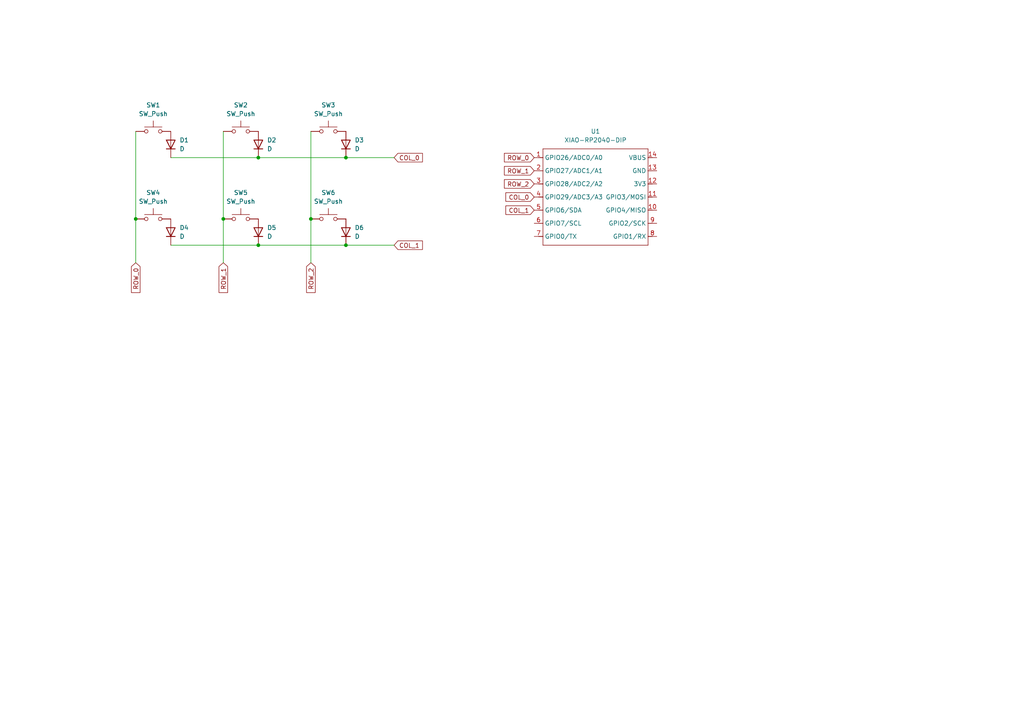
<source format=kicad_sch>
(kicad_sch (version 20250114) (generator "eeschema") (generator_version "9.0")
  (paper "A4")
  (lib_symbols
    (symbol "Device:D" (pin_numbers (hide yes)) (pin_names (offset 1.016) (hide yes))
      (property "Reference" "D" (at 0 2.54 0))
      (property "Value" "D" (at 0 -2.54 0))
      (symbol "D_0_1"
        (polyline (pts (xy -1.27 1.27) (xy -1.27 -1.27)) (stroke (width 0.254)))
        (polyline (pts (xy 1.27 1.27) (xy 1.27 -1.27) (xy -1.27 0) (xy 1.27 1.27)) (stroke (width 0.254)))
        (polyline (pts (xy 1.27 0) (xy -1.27 0)))
      )
      (symbol "D_1_1"
        (pin passive line (at -3.81 0 0) (length 2.54) (name "K") (number "1"))
        (pin passive line (at 3.81 0 180) (length 2.54) (name "A") (number "2"))
      )
    )
    (symbol "OPL:XIAO-RP2040-DIP"
      (property "Reference" "U" (at 0 0 0))
      (property "Value" "XIAO-RP2040-DIP" (at 5.334 -1.778 0))
      (symbol "XIAO-RP2040-DIP_1_0"
        (polyline (pts (xy -1.27 -2.54) (xy 29.21 -2.54)) (stroke (width 0.1524)))
        (polyline (pts (xy -1.27 -5.08) (xy -2.54 -5.08)) (stroke (width 0.1524)))
        (polyline (pts (xy -1.27 -5.08) (xy -1.27 -2.54)) (stroke (width 0.1524)))
        (polyline (pts (xy -1.27 -8.89) (xy -2.54 -8.89)) (stroke (width 0.1524)))
        (polyline (pts (xy -1.27 -8.89) (xy -1.27 -5.08)) (stroke (width 0.1524)))
        (polyline (pts (xy -1.27 -12.7) (xy -2.54 -12.7)) (stroke (width 0.1524)))
        (polyline (pts (xy -1.27 -12.7) (xy -1.27 -8.89)) (stroke (width 0.1524)))
        (polyline (pts (xy -1.27 -16.51) (xy -2.54 -16.51)) (stroke (width 0.1524)))
        (polyline (pts (xy -1.27 -16.51) (xy -1.27 -12.7)) (stroke (width 0.1524)))
        (polyline (pts (xy -1.27 -20.32) (xy -2.54 -20.32)) (stroke (width 0.1524)))
        (polyline (pts (xy -1.27 -24.13) (xy -2.54 -24.13)) (stroke (width 0.1524)))
        (polyline (pts (xy -1.27 -27.94) (xy -2.54 -27.94)) (stroke (width 0.1524)))
        (polyline (pts (xy -1.27 -30.48) (xy -1.27 -16.51)) (stroke (width 0.1524)))
        (polyline (pts (xy 29.21 -2.54) (xy 29.21 -5.08)) (stroke (width 0.1524)))
        (polyline (pts (xy 29.21 -5.08) (xy 29.21 -8.89)) (stroke (width 0.1524)))
        (polyline (pts (xy 29.21 -8.89) (xy 29.21 -12.7)) (stroke (width 0.1524)))
        (polyline (pts (xy 29.21 -12.7) (xy 29.21 -30.48)) (stroke (width 0.1524)))
        (polyline (pts (xy 29.21 -30.48) (xy -1.27 -30.48)) (stroke (width 0.1524)))
        (polyline (pts (xy 30.48 -5.08) (xy 29.21 -5.08)) (stroke (width 0.1524)))
        (polyline (pts (xy 30.48 -8.89) (xy 29.21 -8.89)) (stroke (width 0.1524)))
        (polyline (pts (xy 30.48 -12.7) (xy 29.21 -12.7)) (stroke (width 0.1524)))
        (polyline (pts (xy 30.48 -16.51) (xy 29.21 -16.51)) (stroke (width 0.1524)))
        (polyline (pts (xy 30.48 -20.32) (xy 29.21 -20.32)) (stroke (width 0.1524)))
        (polyline (pts (xy 30.48 -24.13) (xy 29.21 -24.13)) (stroke (width 0.1524)))
        (polyline (pts (xy 30.48 -27.94) (xy 29.21 -27.94)) (stroke (width 0.1524)))
        (pin passive line (at -3.81 -5.08 0) (length 2.54) (name "GPIO26/ADC0/A0") (number "1"))
        (pin passive line (at -3.81 -8.89 0) (length 2.54) (name "GPIO27/ADC1/A1") (number "2"))
        (pin passive line (at -3.81 -12.7 0) (length 2.54) (name "GPIO28/ADC2/A2") (number "3"))
        (pin passive line (at -3.81 -16.51 0) (length 2.54) (name "GPIO29/ADC3/A3") (number "4"))
        (pin passive line (at -3.81 -20.32 0) (length 2.54) (name "GPIO6/SDA") (number "5"))
        (pin passive line (at -3.81 -24.13 0) (length 2.54) (name "GPIO7/SCL") (number "6"))
        (pin passive line (at -3.81 -27.94 0) (length 2.54) (name "GPIO0/TX") (number "7"))
        (pin passive line (at 31.75 -5.08 180) (length 2.54) (name "VBUS") (number "14"))
        (pin passive line (at 31.75 -8.89 180) (length 2.54) (name "GND") (number "13"))
        (pin passive line (at 31.75 -12.7 180) (length 2.54) (name "3V3") (number "12"))
        (pin passive line (at 31.75 -16.51 180) (length 2.54) (name "GPIO3/MOSI") (number "11"))
        (pin passive line (at 31.75 -20.32 180) (length 2.54) (name "GPIO4/MISO") (number "10"))
        (pin passive line (at 31.75 -24.13 180) (length 2.54) (name "GPIO2/SCK") (number "9"))
        (pin passive line (at 31.75 -27.94 180) (length 2.54) (name "GPIO1/RX") (number "8"))
      )
    )
    (symbol "Switch:SW_Push" (pin_numbers (hide yes)) (pin_names (offset 1.016) (hide yes))
      (property "Reference" "SW" (at 1.27 2.54 0))
      (property "Value" "SW_Push" (at 0 -1.524 0))
      (symbol "SW_Push_0_1"
        (circle (center -2.032 0) (radius 0.508))
        (polyline (pts (xy 0 1.27) (xy 0 3.048)))
        (circle (center 2.032 0) (radius 0.508))
        (polyline (pts (xy 2.54 1.27) (xy -2.54 1.27)))
        (pin passive line (at -5.08 0 0) (length 2.54) (name "1") (number "1"))
        (pin passive line (at 5.08 0 180) (length 2.54) (name "2") (number "2"))
      )
    )
  )
  (junction (at 100.33 71.12))
  (junction (at 74.93 45.72))
  (junction (at 39.37 63.5))
  (junction (at 90.17 63.5))
  (junction (at 64.77 63.5))
  (junction (at 100.33 45.72))
  (junction (at 74.93 71.12))
  (wire (pts (xy 74.93 45.72) (xy 100.33 45.72)))
  (wire (pts (xy 90.17 38.1) (xy 90.17 63.5)))
  (wire (pts (xy 90.17 63.5) (xy 90.17 76.2)))
  (wire (pts (xy 64.77 63.5) (xy 64.77 76.2)))
  (wire (pts (xy 39.37 38.1) (xy 39.37 63.5)))
  (wire (pts (xy 74.93 71.12) (xy 100.33 71.12)))
  (wire (pts (xy 100.33 71.12) (xy 114.3 71.12)))
  (wire (pts (xy 49.53 45.72) (xy 74.93 45.72)))
  (wire (pts (xy 49.53 71.12) (xy 74.93 71.12)))
  (wire (pts (xy 100.33 45.72) (xy 114.3 45.72)))
  (wire (pts (xy 39.37 63.5) (xy 39.37 76.2)))
  (wire (pts (xy 64.77 38.1) (xy 64.77 63.5)))
  (global_label "COL_0" (shape input) (at 114.3 45.72 0) (property "Intersheetrefs" "${INTERSHEET_REFS}" (effects (hide yes))))
  (global_label "ROW_1" (shape input) (at 154.94 49.53 180) (property "Intersheetrefs" "${INTERSHEET_REFS}" (effects (hide yes))))
  (global_label "ROW_2" (shape input) (at 90.17 76.2 270) (property "Intersheetrefs" "${INTERSHEET_REFS}" (effects (hide yes))))
  (global_label "ROW_2" (shape input) (at 154.94 53.34 180) (property "Intersheetrefs" "${INTERSHEET_REFS}" (effects (hide yes))))
  (global_label "COL_1" (shape input) (at 154.94 60.96 180) (property "Intersheetrefs" "${INTERSHEET_REFS}" (effects (hide yes))))
  (global_label "ROW_0" (shape input) (at 39.37 76.2 270) (property "Intersheetrefs" "${INTERSHEET_REFS}" (effects (hide yes))))
  (global_label "ROW_1" (shape input) (at 64.77 76.2 270) (property "Intersheetrefs" "${INTERSHEET_REFS}" (effects (hide yes))))
  (global_label "COL_1" (shape input) (at 114.3 71.12 0) (property "Intersheetrefs" "${INTERSHEET_REFS}" (effects (hide yes))))
  (global_label "ROW_0" (shape input) (at 154.94 45.72 180) (property "Intersheetrefs" "${INTERSHEET_REFS}" (effects (hide yes))))
  (global_label "COL_0" (shape input) (at 154.94 57.15 180) (property "Intersheetrefs" "${INTERSHEET_REFS}" (effects (hide yes))))
  (symbol (lib_id "Switch:SW_Push") (at 44.45 63.5 0) (unit 1)
    (property "Reference" "SW4" (at 44.45 55.88 0))
    (property "Value" "SW_Push" (at 44.45 58.42 0))
    (property "Footprint" "Button_Switch_Keyboard:SW_Cherry_MX_1.00u_PCB" (effects (hide yes)))
    (property "Description" "Push button switch, generic, two pins" (effects (hide yes)))
  )
  (symbol (lib_id "Switch:SW_Push") (at 69.85 63.5 0) (unit 1)
    (property "Reference" "SW5" (at 69.85 55.88 0))
    (property "Value" "SW_Push" (at 69.85 58.42 0))
    (property "Footprint" "Button_Switch_Keyboard:SW_Cherry_MX_1.00u_PCB" (effects (hide yes)))
    (property "Description" "Push button switch, generic, two pins" (effects (hide yes)))
  )
  (symbol (lib_id "Device:D") (at 49.53 41.91 90) (unit 1)
    (property "Reference" "D1" (at 52.07 40.6399 90) (effects (justify right)))
    (property "Value" "D" (at 52.07 43.1799 90) (effects (justify right)))
    (property "Footprint" "Diode_THT:D_DO-35_SOD27_P7.62mm_Horizontal" (effects (hide yes)))
    (property "Description" "Diode" (effects (hide yes)))
    (property "Sim.Device" "D" (effects (hide yes)))
    (property "Sim.Pins" "1=K 2=A" (effects (hide yes)))
  )
  (symbol (lib_id "Device:D") (at 100.33 67.31 90) (unit 1)
    (property "Reference" "D6" (at 102.87 66.0399 90) (effects (justify right)))
    (property "Value" "D" (at 102.87 68.5799 90) (effects (justify right)))
    (property "Footprint" "Diode_THT:D_DO-35_SOD27_P7.62mm_Horizontal" (effects (hide yes)))
    (property "Description" "Diode" (effects (hide yes)))
    (property "Sim.Device" "D" (effects (hide yes)))
    (property "Sim.Pins" "1=K 2=A" (effects (hide yes)))
  )
  (symbol (lib_id "Switch:SW_Push") (at 44.45 38.1 0) (unit 1)
    (property "Reference" "SW1" (at 44.45 30.48 0))
    (property "Value" "SW_Push" (at 44.45 33.02 0))
    (property "Footprint" "Button_Switch_Keyboard:SW_Cherry_MX_1.00u_PCB" (effects (hide yes)))
    (property "Description" "Push button switch, generic, two pins" (effects (hide yes)))
  )
  (symbol (lib_id "OPL:XIAO-RP2040-DIP") (at 158.75 40.64 0) (unit 1)
    (property "Reference" "U1" (at 172.72 38.1 0))
    (property "Value" "XIAO-RP2040-DIP" (at 172.72 40.64 0))
    (property "Footprint" "OPL:XIAO-RP2040-DIP" (effects (hide yes)))
  )
  (symbol (lib_id "Device:D") (at 100.33 41.91 90) (unit 1)
    (property "Reference" "D3" (at 102.87 40.6399 90) (effects (justify right)))
    (property "Value" "D" (at 102.87 43.1799 90) (effects (justify right)))
    (property "Footprint" "Diode_THT:D_DO-35_SOD27_P7.62mm_Horizontal" (effects (hide yes)))
    (property "Description" "Diode" (effects (hide yes)))
    (property "Sim.Device" "D" (effects (hide yes)))
    (property "Sim.Pins" "1=K 2=A" (effects (hide yes)))
  )
  (symbol (lib_id "Switch:SW_Push") (at 69.85 38.1 0) (unit 1)
    (property "Reference" "SW2" (at 69.85 30.48 0))
    (property "Value" "SW_Push" (at 69.85 33.02 0))
    (property "Footprint" "Button_Switch_Keyboard:SW_Cherry_MX_1.00u_PCB" (effects (hide yes)))
    (property "Description" "Push button switch, generic, two pins" (effects (hide yes)))
  )
  (symbol (lib_id "Device:D") (at 49.53 67.31 90) (unit 1)
    (property "Reference" "D4" (at 52.07 66.0399 90) (effects (justify right)))
    (property "Value" "D" (at 52.07 68.5799 90) (effects (justify right)))
    (property "Footprint" "Diode_THT:D_DO-35_SOD27_P7.62mm_Horizontal" (effects (hide yes)))
    (property "Description" "Diode" (effects (hide yes)))
    (property "Sim.Device" "D" (effects (hide yes)))
    (property "Sim.Pins" "1=K 2=A" (effects (hide yes)))
  )
  (symbol (lib_id "Device:D") (at 74.93 41.91 90) (unit 1)
    (property "Reference" "D2" (at 77.47 40.6399 90) (effects (justify right)))
    (property "Value" "D" (at 77.47 43.1799 90) (effects (justify right)))
    (property "Footprint" "Diode_THT:D_DO-35_SOD27_P7.62mm_Horizontal" (effects (hide yes)))
    (property "Description" "Diode" (effects (hide yes)))
    (property "Sim.Device" "D" (effects (hide yes)))
    (property "Sim.Pins" "1=K 2=A" (effects (hide yes)))
  )
  (symbol (lib_id "Switch:SW_Push") (at 95.25 63.5 0) (unit 1)
    (property "Reference" "SW6" (at 95.25 55.88 0))
    (property "Value" "SW_Push" (at 95.25 58.42 0))
    (property "Footprint" "Button_Switch_Keyboard:SW_Cherry_MX_1.00u_PCB" (effects (hide yes)))
    (property "Description" "Push button switch, generic, two pins" (effects (hide yes)))
  )
  (symbol (lib_id "Device:D") (at 74.93 67.31 90) (unit 1)
    (property "Reference" "D5" (at 77.47 66.0399 90) (effects (justify right)))
    (property "Value" "D" (at 77.47 68.5799 90) (effects (justify right)))
    (property "Footprint" "Diode_THT:D_DO-35_SOD27_P7.62mm_Horizontal" (effects (hide yes)))
    (property "Description" "Diode" (effects (hide yes)))
    (property "Sim.Device" "D" (effects (hide yes)))
    (property "Sim.Pins" "1=K 2=A" (effects (hide yes)))
  )
  (symbol (lib_id "Switch:SW_Push") (at 95.25 38.1 0) (unit 1)
    (property "Reference" "SW3" (at 95.25 30.48 0))
    (property "Value" "SW_Push" (at 95.25 33.02 0))
    (property "Footprint" "Button_Switch_Keyboard:SW_Cherry_MX_1.00u_PCB" (effects (hide yes)))
    (property "Description" "Push button switch, generic, two pins" (effects (hide yes)))
  )
)
</source>
